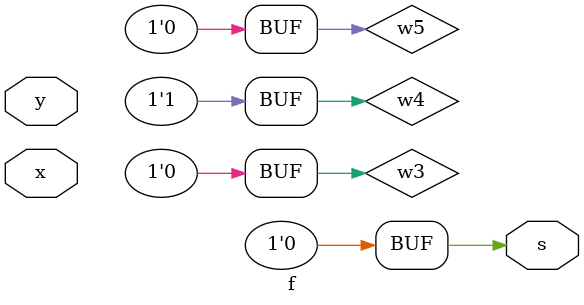
<source format=v>
module f (output s, input x, y);
  wire w1, w2, w3, w4, w5;
  not NOT_1(w1, x);
  not NOT_2(w2, y);
  and AND_1(w3, y, w2);
  or  OR_1(w4, w1, x);
  not NOT_3(w5, w4);
  and AND_2(s, w3, w5);
endmodule
</source>
